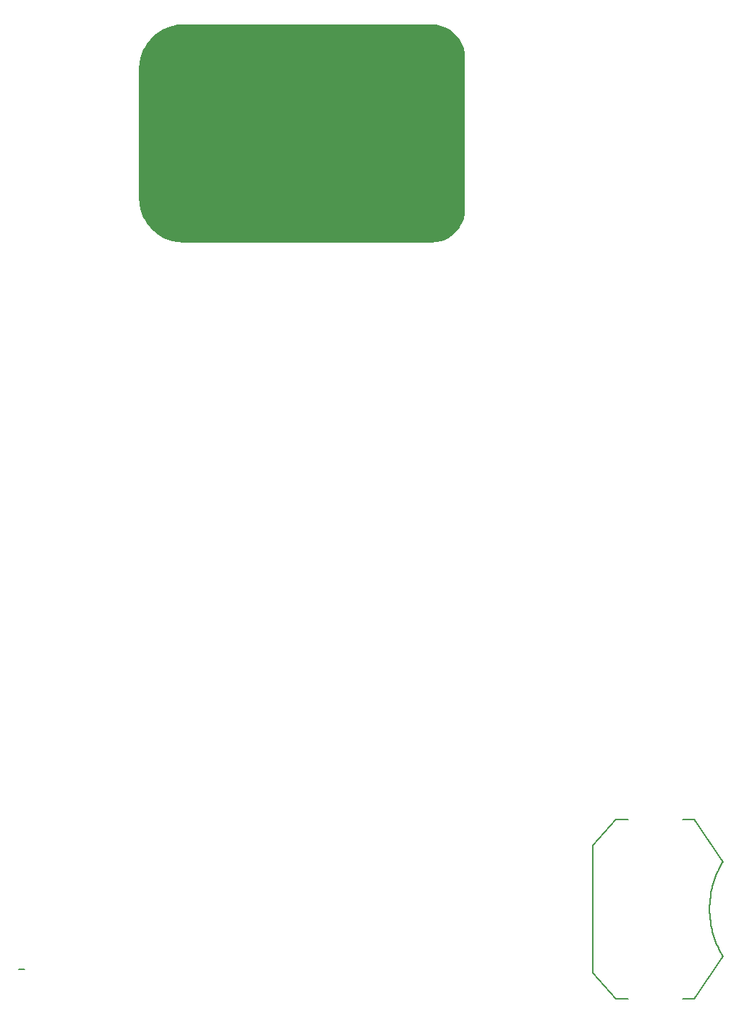
<source format=gbo>
G04 EAGLE Gerber RS-274X export*
G75*
%MOMM*%
%FSLAX34Y34*%
%LPD*%
%INSilkscreen Bottom*%
%IPPOS*%
%AMOC8*
5,1,8,0,0,1.08239X$1,22.5*%
G01*
%ADD10C,0.203200*%

G36*
X419121Y887733D02*
X419121Y887733D01*
X419191Y887734D01*
X424613Y888122D01*
X424623Y888124D01*
X424633Y888123D01*
X424792Y888148D01*
X430104Y889303D01*
X430113Y889306D01*
X430123Y889308D01*
X430278Y889354D01*
X435371Y891254D01*
X435380Y891259D01*
X435390Y891261D01*
X435536Y891329D01*
X440307Y893934D01*
X440315Y893940D01*
X440324Y893944D01*
X440459Y894032D01*
X444811Y897290D01*
X444818Y897297D01*
X444827Y897302D01*
X444948Y897408D01*
X448792Y901252D01*
X448798Y901260D01*
X448806Y901267D01*
X448910Y901389D01*
X452168Y905741D01*
X452173Y905750D01*
X452180Y905757D01*
X452266Y905893D01*
X454871Y910664D01*
X454875Y910674D01*
X454880Y910682D01*
X454946Y910829D01*
X456846Y915922D01*
X456848Y915932D01*
X456853Y915941D01*
X456897Y916096D01*
X458052Y921408D01*
X458053Y921418D01*
X458057Y921428D01*
X458078Y921587D01*
X458466Y927009D01*
X458465Y927031D01*
X458469Y927100D01*
X458469Y1104900D01*
X458467Y1104921D01*
X458466Y1104991D01*
X458078Y1110413D01*
X458076Y1110423D01*
X458077Y1110433D01*
X458052Y1110592D01*
X456897Y1115904D01*
X456894Y1115913D01*
X456893Y1115923D01*
X456846Y1116078D01*
X454946Y1121171D01*
X454941Y1121180D01*
X454939Y1121190D01*
X454871Y1121336D01*
X452266Y1126107D01*
X452260Y1126115D01*
X452256Y1126124D01*
X452168Y1126259D01*
X448910Y1130611D01*
X448903Y1130618D01*
X448898Y1130627D01*
X448792Y1130748D01*
X444948Y1134592D01*
X444940Y1134598D01*
X444933Y1134606D01*
X444811Y1134710D01*
X440459Y1137968D01*
X440450Y1137973D01*
X440443Y1137980D01*
X440307Y1138066D01*
X435536Y1140671D01*
X435526Y1140675D01*
X435518Y1140680D01*
X435371Y1140746D01*
X430278Y1142646D01*
X430268Y1142648D01*
X430259Y1142653D01*
X430104Y1142697D01*
X424792Y1143852D01*
X424782Y1143853D01*
X424772Y1143857D01*
X424613Y1143878D01*
X419191Y1144266D01*
X419169Y1144265D01*
X419100Y1144269D01*
X127000Y1144269D01*
X126980Y1144267D01*
X126923Y1144267D01*
X120800Y1143897D01*
X120793Y1143895D01*
X120648Y1143878D01*
X114614Y1142772D01*
X114607Y1142770D01*
X114465Y1142736D01*
X108608Y1140911D01*
X108602Y1140908D01*
X108465Y1140856D01*
X102871Y1138339D01*
X102865Y1138335D01*
X102735Y1138267D01*
X97486Y1135094D01*
X97481Y1135090D01*
X97360Y1135007D01*
X92531Y1131223D01*
X92526Y1131219D01*
X92416Y1131122D01*
X88078Y1126784D01*
X88074Y1126779D01*
X87977Y1126669D01*
X84193Y1121840D01*
X84190Y1121835D01*
X84106Y1121714D01*
X80933Y1116465D01*
X80930Y1116459D01*
X80861Y1116329D01*
X78344Y1110735D01*
X78342Y1110728D01*
X78289Y1110592D01*
X76464Y1104735D01*
X76463Y1104728D01*
X76428Y1104586D01*
X75322Y1098552D01*
X75322Y1098545D01*
X75303Y1098400D01*
X74933Y1092277D01*
X74934Y1092257D01*
X74931Y1092200D01*
X74931Y939800D01*
X74933Y939780D01*
X74933Y939723D01*
X75303Y933600D01*
X75305Y933593D01*
X75322Y933448D01*
X76428Y927414D01*
X76430Y927407D01*
X76464Y927265D01*
X78289Y921408D01*
X78292Y921402D01*
X78344Y921265D01*
X80861Y915671D01*
X80865Y915665D01*
X80933Y915535D01*
X84106Y910286D01*
X84110Y910281D01*
X84193Y910160D01*
X87977Y905331D01*
X87981Y905326D01*
X88078Y905216D01*
X92416Y900878D01*
X92421Y900874D01*
X92531Y900777D01*
X97360Y896993D01*
X97365Y896990D01*
X97486Y896906D01*
X102735Y893733D01*
X102741Y893730D01*
X102871Y893661D01*
X108465Y891144D01*
X108472Y891142D01*
X108608Y891089D01*
X114465Y889264D01*
X114472Y889263D01*
X114614Y889228D01*
X120648Y888122D01*
X120655Y888122D01*
X120800Y888103D01*
X126923Y887733D01*
X126943Y887734D01*
X127000Y887731D01*
X419100Y887731D01*
X419121Y887733D01*
G37*
D10*
X608800Y179200D02*
X608800Y29200D01*
X608800Y179200D02*
X635800Y209700D01*
X608800Y29200D02*
X635800Y-1300D01*
X727800Y-1300D02*
X761800Y48700D01*
X760483Y50934D01*
X759221Y53199D01*
X758014Y55494D01*
X756863Y57817D01*
X755769Y60168D01*
X754732Y62544D01*
X753752Y64945D01*
X752831Y67369D01*
X751969Y69814D01*
X751167Y72280D01*
X750424Y74764D01*
X749742Y77266D01*
X749120Y79783D01*
X748560Y82315D01*
X748061Y84859D01*
X747623Y87415D01*
X747248Y89981D01*
X746935Y92555D01*
X746684Y95135D01*
X746496Y97721D01*
X746371Y100311D01*
X746308Y102904D01*
X746308Y105496D01*
X746371Y108089D01*
X746496Y110679D01*
X746684Y113265D01*
X746935Y115845D01*
X747248Y118419D01*
X747623Y120985D01*
X748061Y123541D01*
X748560Y126085D01*
X749120Y128617D01*
X749742Y131134D01*
X750424Y133636D01*
X751167Y136120D01*
X751969Y138586D01*
X752831Y141031D01*
X753752Y143455D01*
X754732Y145856D01*
X755769Y148232D01*
X756863Y150583D01*
X758014Y152906D01*
X759221Y155201D01*
X760483Y157466D01*
X761800Y159700D01*
X727800Y209700D01*
X650300Y-1300D02*
X635800Y-1300D01*
X635800Y209700D02*
X650300Y209700D01*
X714300Y209700D02*
X727800Y209700D01*
X727800Y-1300D02*
X714300Y-1300D01*
X-60198Y33274D02*
X-67056Y33274D01*
M02*

</source>
